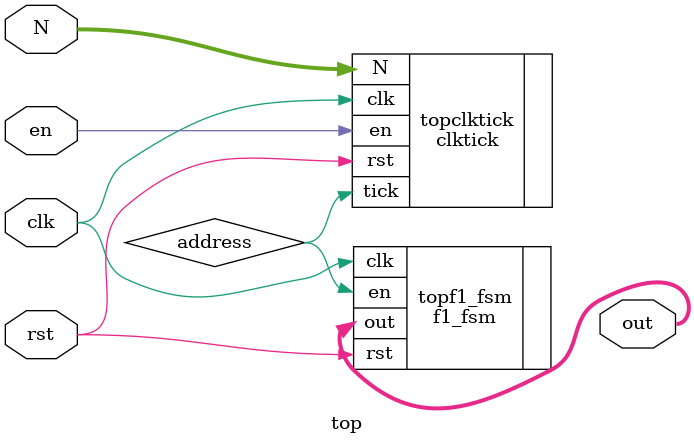
<source format=sv>
module top #(
    parameter   D_WIDTH = 8
)(
    //interface signals
    input logic clk,
    input logic rst,
    input logic en,
    input  logic [16-1:0] N, // clock divided by N+1
    output logic [D_WIDTH-1:0] out
);

    logic address; //interconnect wire

clktick topclktick(
    .clk (clk),
    .rst (rst),
    .en (en),
    .N(N),
    .tick (address)
);

f1_fsm topf1_fsm (
    .clk (clk),
    .rst(rst),
    .en(address),
    .out(out)

);
endmodule

</source>
